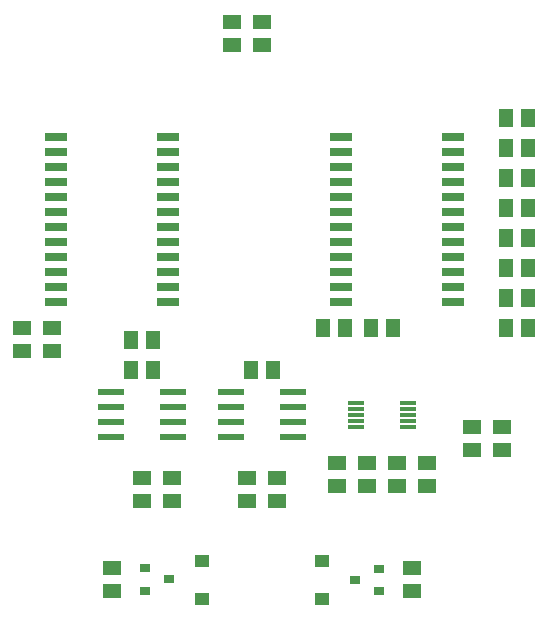
<source format=gbr>
G04 EAGLE Gerber RS-274X export*
G75*
%MOMM*%
%FSLAX34Y34*%
%LPD*%
%INSolderpaste Top*%
%IPPOS*%
%AMOC8*
5,1,8,0,0,1.08239X$1,22.5*%
G01*
%ADD10R,1.300000X1.500000*%
%ADD11R,1.270000X1.120000*%
%ADD12R,2.200000X0.600000*%
%ADD13R,1.950000X0.650000*%
%ADD14R,1.400000X0.300000*%
%ADD15R,1.500000X1.300000*%
%ADD16R,0.889000X0.787400*%


D10*
X142900Y254000D03*
X161900Y254000D03*
D11*
X304800Y34800D03*
X304800Y66800D03*
X203200Y34800D03*
X203200Y66800D03*
D12*
X126400Y196850D03*
X178400Y196850D03*
X126400Y209550D03*
X126400Y184150D03*
X126400Y171450D03*
X178400Y209550D03*
X178400Y184150D03*
X178400Y171450D03*
X228000Y196850D03*
X280000Y196850D03*
X228000Y209550D03*
X228000Y184150D03*
X228000Y171450D03*
X280000Y209550D03*
X280000Y184150D03*
X280000Y171450D03*
D13*
X174250Y285750D03*
X174250Y298450D03*
X174250Y311150D03*
X174250Y323850D03*
X174250Y336550D03*
X174250Y349250D03*
X174250Y361950D03*
X174250Y374650D03*
X174250Y387350D03*
X174250Y400050D03*
X174250Y412750D03*
X174250Y425450D03*
X79750Y425450D03*
X79750Y412750D03*
X79750Y400050D03*
X79750Y387350D03*
X79750Y374650D03*
X79750Y361950D03*
X79750Y349250D03*
X79750Y336550D03*
X79750Y323850D03*
X79750Y311150D03*
X79750Y298450D03*
X79750Y285750D03*
X415550Y285750D03*
X415550Y298450D03*
X415550Y311150D03*
X415550Y323850D03*
X415550Y336550D03*
X415550Y349250D03*
X415550Y361950D03*
X415550Y374650D03*
X415550Y387350D03*
X415550Y400050D03*
X415550Y412750D03*
X415550Y425450D03*
X321050Y425450D03*
X321050Y412750D03*
X321050Y400050D03*
X321050Y387350D03*
X321050Y374650D03*
X321050Y361950D03*
X321050Y349250D03*
X321050Y336550D03*
X321050Y323850D03*
X321050Y311150D03*
X321050Y298450D03*
X321050Y285750D03*
D14*
X333600Y200500D03*
X333600Y195500D03*
X333600Y190500D03*
X333600Y185500D03*
X333600Y180500D03*
X377600Y180500D03*
X377600Y185500D03*
X377600Y190500D03*
X377600Y195500D03*
X377600Y200500D03*
D15*
X342900Y130200D03*
X342900Y149200D03*
X317500Y130200D03*
X317500Y149200D03*
X368300Y149200D03*
X368300Y130200D03*
X393700Y149200D03*
X393700Y130200D03*
D10*
X161900Y228600D03*
X142900Y228600D03*
X460400Y264160D03*
X479400Y264160D03*
X460400Y289560D03*
X479400Y289560D03*
X460400Y314960D03*
X479400Y314960D03*
X460400Y340360D03*
X479400Y340360D03*
X460400Y365760D03*
X479400Y365760D03*
X460400Y391160D03*
X479400Y391160D03*
X460400Y416560D03*
X479400Y416560D03*
X460400Y441960D03*
X479400Y441960D03*
X244500Y228600D03*
X263500Y228600D03*
D16*
X353060Y40894D03*
X353060Y60198D03*
X332740Y50546D03*
X154940Y60706D03*
X154940Y41402D03*
X175260Y51054D03*
D15*
X127000Y60300D03*
X127000Y41300D03*
X381000Y60300D03*
X381000Y41300D03*
X76200Y244500D03*
X76200Y263500D03*
X50800Y244500D03*
X50800Y263500D03*
X431800Y160680D03*
X431800Y179680D03*
X457200Y160680D03*
X457200Y179680D03*
D10*
X305460Y264160D03*
X324460Y264160D03*
X365100Y264160D03*
X346100Y264160D03*
D15*
X177800Y117500D03*
X177800Y136500D03*
X152400Y117500D03*
X152400Y136500D03*
X266700Y117500D03*
X266700Y136500D03*
X241300Y117500D03*
X241300Y136500D03*
X254000Y522580D03*
X254000Y503580D03*
X228600Y503580D03*
X228600Y522580D03*
M02*

</source>
